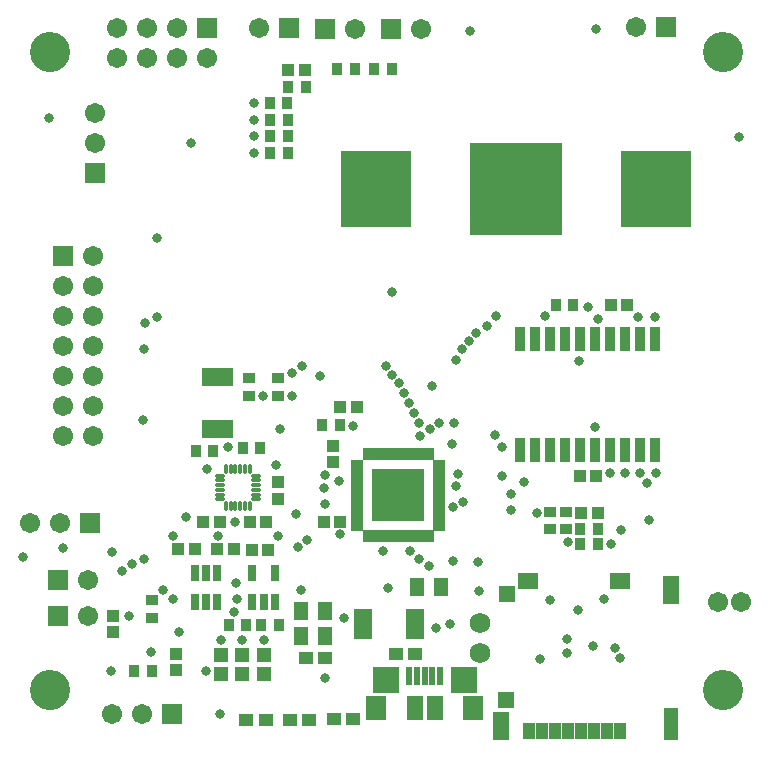
<source format=gts>
G04*
G04 #@! TF.GenerationSoftware,Altium Limited,Altium Designer,19.0.14 (431)*
G04*
G04 Layer_Color=8388736*
%FSLAX25Y25*%
%MOIN*%
G70*
G01*
G75*
%ADD18R,0.04343X0.03556*%
%ADD19R,0.03950X0.04343*%
%ADD20R,0.02572X0.06410*%
%ADD21R,0.03556X0.04343*%
%ADD22R,0.30721X0.30721*%
%ADD23R,0.23241X0.25800*%
%ADD24R,0.03359X0.08379*%
%ADD25R,0.04343X0.03950*%
%ADD26R,0.17335X0.17335*%
%ADD27R,0.04343X0.01981*%
%ADD28R,0.01981X0.04343*%
G04:AMPARAMS|DCode=29|XSize=33.2mil|YSize=16.66mil|CornerRadius=5.08mil|HoleSize=0mil|Usage=FLASHONLY|Rotation=0.000|XOffset=0mil|YOffset=0mil|HoleType=Round|Shape=RoundedRectangle|*
%AMROUNDEDRECTD29*
21,1,0.03320,0.00650,0,0,0.0*
21,1,0.02303,0.01666,0,0,0.0*
1,1,0.01016,0.01152,-0.00325*
1,1,0.01016,-0.01152,-0.00325*
1,1,0.01016,-0.01152,0.00325*
1,1,0.01016,0.01152,0.00325*
%
%ADD29ROUNDEDRECTD29*%
G04:AMPARAMS|DCode=30|XSize=33.2mil|YSize=16.66mil|CornerRadius=5.08mil|HoleSize=0mil|Usage=FLASHONLY|Rotation=90.000|XOffset=0mil|YOffset=0mil|HoleType=Round|Shape=RoundedRectangle|*
%AMROUNDEDRECTD30*
21,1,0.03320,0.00650,0,0,90.0*
21,1,0.02303,0.01666,0,0,90.0*
1,1,0.01016,0.00325,0.01152*
1,1,0.01016,0.00325,-0.01152*
1,1,0.01016,-0.00325,-0.01152*
1,1,0.01016,-0.00325,0.01152*
%
%ADD30ROUNDEDRECTD30*%
%ADD31R,0.03950X0.05682*%
%ADD32R,0.04540X0.10642*%
%ADD33R,0.05328X0.09461*%
%ADD34R,0.05367X0.05721*%
%ADD35R,0.05367X0.05524*%
%ADD36R,0.06706X0.05328*%
%ADD37R,0.03162X0.05721*%
%ADD38R,0.03162X0.05524*%
%ADD39R,0.04934X0.06312*%
%ADD40R,0.04540X0.04343*%
%ADD41R,0.04737X0.04540*%
%ADD42R,0.06312X0.01981*%
%ADD43R,0.02375X0.06115*%
%ADD44R,0.09068X0.08674*%
%ADD45R,0.07099X0.08280*%
%ADD46R,0.05524X0.08280*%
%ADD47R,0.06706X0.06706*%
%ADD48C,0.06706*%
%ADD49C,0.06800*%
%ADD50R,0.06706X0.06706*%
%ADD51C,0.03162*%
%ADD52C,0.13398*%
D18*
X51772Y47638D02*
D03*
Y41732D02*
D03*
X93996Y115707D02*
D03*
Y121612D02*
D03*
X84153Y115748D02*
D03*
Y121653D02*
D03*
X189724Y71260D02*
D03*
Y77165D02*
D03*
X184606Y77165D02*
D03*
Y71260D02*
D03*
D19*
X85130Y64476D02*
D03*
X90642D02*
D03*
X120079Y112106D02*
D03*
X114567D02*
D03*
X204724Y146063D02*
D03*
X210236D02*
D03*
X194350Y88976D02*
D03*
X199862D02*
D03*
X114567Y73622D02*
D03*
X109055D02*
D03*
X68898Y73799D02*
D03*
X74409D02*
D03*
X89961Y73721D02*
D03*
X84449D02*
D03*
X102756Y224410D02*
D03*
X97244D02*
D03*
X194843Y76575D02*
D03*
X200354D02*
D03*
X60630Y64764D02*
D03*
X66142D02*
D03*
X79035Y64862D02*
D03*
X73524D02*
D03*
D20*
X69784Y122193D02*
D03*
X72342D02*
D03*
X74902D02*
D03*
X77461D02*
D03*
Y104776D02*
D03*
X74902D02*
D03*
X72342D02*
D03*
X69784D02*
D03*
D21*
X66339Y97342D02*
D03*
X72244D02*
D03*
X87936Y98524D02*
D03*
X82030D02*
D03*
X83268Y39370D02*
D03*
X77362D02*
D03*
X88189Y39567D02*
D03*
X94095D02*
D03*
X186417Y146063D02*
D03*
X192323D02*
D03*
X91035Y213484D02*
D03*
X96941D02*
D03*
X91142Y207874D02*
D03*
X97047D02*
D03*
X91142Y196850D02*
D03*
X97047D02*
D03*
Y202362D02*
D03*
X91142D02*
D03*
X119488Y224803D02*
D03*
X113583D02*
D03*
X114370Y106102D02*
D03*
X108465D02*
D03*
X97295Y218709D02*
D03*
X103201D02*
D03*
X194646Y66339D02*
D03*
X200551D02*
D03*
X200551Y71457D02*
D03*
X194646D02*
D03*
X51862Y24122D02*
D03*
X45957D02*
D03*
X125984Y224803D02*
D03*
X131890D02*
D03*
D22*
X173228Y184646D02*
D03*
D23*
X219882D02*
D03*
X126575D02*
D03*
D24*
X219606Y97591D02*
D03*
X214606D02*
D03*
X209606D02*
D03*
X204606D02*
D03*
X199606D02*
D03*
X194606D02*
D03*
X189606D02*
D03*
X184606D02*
D03*
X179606D02*
D03*
X174606D02*
D03*
Y134693D02*
D03*
X179606D02*
D03*
X184606D02*
D03*
X189606D02*
D03*
X194606D02*
D03*
X199606D02*
D03*
X204606D02*
D03*
X209606D02*
D03*
X214606D02*
D03*
X219606D02*
D03*
D25*
X112205Y93701D02*
D03*
Y99213D02*
D03*
X93898Y81496D02*
D03*
Y87008D02*
D03*
X59933Y29831D02*
D03*
Y24319D02*
D03*
X38878Y36917D02*
D03*
Y42429D02*
D03*
D26*
X133858Y82657D02*
D03*
D27*
X120276Y71831D02*
D03*
Y73799D02*
D03*
Y75768D02*
D03*
Y77736D02*
D03*
Y79705D02*
D03*
Y81673D02*
D03*
Y83642D02*
D03*
Y85610D02*
D03*
Y87579D02*
D03*
Y89547D02*
D03*
Y91516D02*
D03*
Y93484D02*
D03*
X147441D02*
D03*
Y91516D02*
D03*
Y89547D02*
D03*
Y87579D02*
D03*
Y85610D02*
D03*
Y83642D02*
D03*
Y81673D02*
D03*
Y79705D02*
D03*
Y77736D02*
D03*
Y75768D02*
D03*
Y73799D02*
D03*
Y71831D02*
D03*
D28*
X123031Y96240D02*
D03*
X125000D02*
D03*
X126969D02*
D03*
X128937D02*
D03*
X130905D02*
D03*
X132874D02*
D03*
X134843D02*
D03*
X136811D02*
D03*
X138779D02*
D03*
X140748D02*
D03*
X142717D02*
D03*
X144685D02*
D03*
Y69075D02*
D03*
X142717D02*
D03*
X140748D02*
D03*
X138779D02*
D03*
X136811D02*
D03*
X134843D02*
D03*
X132874D02*
D03*
X130905D02*
D03*
X128937D02*
D03*
X126969D02*
D03*
X125000D02*
D03*
X123031D02*
D03*
D29*
X74366Y89193D02*
D03*
Y87618D02*
D03*
Y86043D02*
D03*
Y84469D02*
D03*
Y82894D02*
D03*
Y81319D02*
D03*
X86532D02*
D03*
Y82894D02*
D03*
Y84469D02*
D03*
Y86043D02*
D03*
Y87618D02*
D03*
Y89193D02*
D03*
D30*
X76512Y79173D02*
D03*
X78087D02*
D03*
X79661D02*
D03*
X81236D02*
D03*
X82811D02*
D03*
X84386D02*
D03*
Y91339D02*
D03*
X82811D02*
D03*
X81236D02*
D03*
X79661D02*
D03*
X78087D02*
D03*
X76512D02*
D03*
D31*
X207776Y3937D02*
D03*
X203445D02*
D03*
X199114D02*
D03*
X194783D02*
D03*
X190453D02*
D03*
X186122D02*
D03*
X181791D02*
D03*
X177461D02*
D03*
D32*
X224882Y6417D02*
D03*
D33*
X168228Y5827D02*
D03*
X224882Y51024D02*
D03*
D34*
X169803Y14291D02*
D03*
D35*
X170020Y49724D02*
D03*
D36*
X177303Y54154D02*
D03*
X207933D02*
D03*
D37*
X85327Y46957D02*
D03*
X89067D02*
D03*
X92807D02*
D03*
Y56799D02*
D03*
X85327D02*
D03*
D38*
X73516D02*
D03*
X69776D02*
D03*
X66035D02*
D03*
Y46957D02*
D03*
X69776D02*
D03*
X73516D02*
D03*
D39*
X101567Y44004D02*
D03*
X109638D02*
D03*
X109638Y35736D02*
D03*
X101567D02*
D03*
X140150Y52173D02*
D03*
X148221D02*
D03*
D40*
X109638Y28336D02*
D03*
X103142D02*
D03*
X139559Y29831D02*
D03*
X133063D02*
D03*
X89665Y7776D02*
D03*
X83169D02*
D03*
X104331Y7874D02*
D03*
X97835D02*
D03*
X118898Y7972D02*
D03*
X112402D02*
D03*
D41*
X89067Y23236D02*
D03*
Y29339D02*
D03*
X81980Y23236D02*
D03*
Y29339D02*
D03*
X74894Y23236D02*
D03*
Y29339D02*
D03*
D42*
X139461Y35736D02*
D03*
Y37705D02*
D03*
Y39673D02*
D03*
Y41642D02*
D03*
Y43610D02*
D03*
X122138D02*
D03*
Y41642D02*
D03*
Y39673D02*
D03*
Y37705D02*
D03*
Y35736D02*
D03*
D43*
X147835Y22244D02*
D03*
X145276D02*
D03*
X142717D02*
D03*
X140157D02*
D03*
X137598D02*
D03*
D44*
X129724Y20965D02*
D03*
X155709D02*
D03*
D45*
X126575Y11713D02*
D03*
X158858D02*
D03*
D46*
X139370D02*
D03*
X146063D02*
D03*
D47*
X31102Y73425D02*
D03*
X20413Y54331D02*
D03*
Y42520D02*
D03*
X223130Y238583D02*
D03*
X109638Y238189D02*
D03*
X70000Y238347D02*
D03*
X97402D02*
D03*
X131496Y238189D02*
D03*
X58366Y9843D02*
D03*
D48*
X21102Y73425D02*
D03*
X11102D02*
D03*
X30413Y54331D02*
D03*
Y42520D02*
D03*
X213130Y238583D02*
D03*
X240453Y47146D02*
D03*
X248327D02*
D03*
X119638Y238189D02*
D03*
X70000Y228346D02*
D03*
X60000Y238347D02*
D03*
Y228346D02*
D03*
X50000Y238347D02*
D03*
Y228346D02*
D03*
X40000Y238347D02*
D03*
Y228346D02*
D03*
X87402Y238347D02*
D03*
X141496Y238189D02*
D03*
X48366Y9843D02*
D03*
X38366D02*
D03*
X32327Y102398D02*
D03*
X22327D02*
D03*
X32327Y112398D02*
D03*
X22327D02*
D03*
X32327Y122398D02*
D03*
X22327D02*
D03*
X32327Y132398D02*
D03*
X22327D02*
D03*
X32327Y142398D02*
D03*
X22327D02*
D03*
X32327Y152398D02*
D03*
X22327D02*
D03*
X32327Y162398D02*
D03*
X32677Y200000D02*
D03*
Y210000D02*
D03*
D49*
X161024Y40020D02*
D03*
Y30020D02*
D03*
D50*
X22327Y162398D02*
D03*
X32677Y190000D02*
D03*
D51*
X93012Y92716D02*
D03*
X8858Y62205D02*
D03*
X79661Y73658D02*
D03*
X202559Y48031D02*
D03*
X198819Y32283D02*
D03*
X181201Y28051D02*
D03*
X190157Y30217D02*
D03*
X77208Y98819D02*
D03*
X70276Y91339D02*
D03*
X109350Y79724D02*
D03*
X130610Y51772D02*
D03*
X60925Y37106D02*
D03*
X63287Y75295D02*
D03*
X145079Y118996D02*
D03*
X199902Y238114D02*
D03*
X247638Y201969D02*
D03*
X157776Y237500D02*
D03*
X17618Y208563D02*
D03*
X152264Y60630D02*
D03*
X74410Y9646D02*
D03*
X99902Y76476D02*
D03*
X94390Y104626D02*
D03*
X217618Y74508D02*
D03*
X58760Y69095D02*
D03*
X93898Y69193D02*
D03*
X73917Y69173D02*
D03*
X22244Y65158D02*
D03*
X107972Y122505D02*
D03*
X135728Y116831D02*
D03*
X134252Y120177D02*
D03*
X98524Y115707D02*
D03*
X88681Y115847D02*
D03*
X98524Y123524D02*
D03*
X38583Y63779D02*
D03*
X44291Y42323D02*
D03*
X51575Y30512D02*
D03*
X58861Y48034D02*
D03*
X79331Y43898D02*
D03*
X80319Y48132D02*
D03*
X190217Y34654D02*
D03*
X184606Y47835D02*
D03*
X206201Y31791D02*
D03*
X207874Y28248D02*
D03*
X193898Y44291D02*
D03*
X101575Y51083D02*
D03*
X219577Y142096D02*
D03*
X214606Y90158D02*
D03*
X216929Y86619D02*
D03*
X208228Y71063D02*
D03*
X79823Y53543D02*
D03*
X114370Y69685D02*
D03*
X146653Y38508D02*
D03*
X152165Y78642D02*
D03*
X219991Y90162D02*
D03*
X171563Y77760D02*
D03*
X175787Y87008D02*
D03*
X153937Y89764D02*
D03*
X141157Y102451D02*
D03*
X49609Y139968D02*
D03*
X53543Y142126D02*
D03*
X49117Y131306D02*
D03*
X155217D02*
D03*
X153248Y127756D02*
D03*
X166240Y102657D02*
D03*
X166535Y142520D02*
D03*
X109350Y89370D02*
D03*
X109252Y84941D02*
D03*
X140748Y106685D02*
D03*
X147638Y106693D02*
D03*
X160630Y60335D02*
D03*
X213720Y142067D02*
D03*
X200394Y141339D02*
D03*
X182677Y142520D02*
D03*
X103543Y67803D02*
D03*
X100394Y65455D02*
D03*
X155512Y80315D02*
D03*
X152362Y106685D02*
D03*
X144488Y104724D02*
D03*
X139264Y110236D02*
D03*
X137402Y113386D02*
D03*
X131890Y122835D02*
D03*
X64961Y200000D02*
D03*
X53543Y168504D02*
D03*
X48819Y107658D02*
D03*
X131890Y150394D02*
D03*
X101870Y125591D02*
D03*
X129823D02*
D03*
X85827Y196850D02*
D03*
Y202362D02*
D03*
Y207874D02*
D03*
Y213484D02*
D03*
X151969Y99606D02*
D03*
X118996Y105807D02*
D03*
X163386Y139075D02*
D03*
X159744Y136713D02*
D03*
X197244Y145276D02*
D03*
X157480Y134055D02*
D03*
X168504Y98819D02*
D03*
X55512Y51181D02*
D03*
X144193Y59055D02*
D03*
X140945Y61319D02*
D03*
X137795Y64102D02*
D03*
X45276Y59581D02*
D03*
X49213Y61417D02*
D03*
X41732Y57480D02*
D03*
X128740Y64075D02*
D03*
X171563Y83161D02*
D03*
X194252Y127559D02*
D03*
X168504Y88969D02*
D03*
X180276Y76575D02*
D03*
X153150Y85827D02*
D03*
X114173Y87402D02*
D03*
X204606Y90158D02*
D03*
X199606Y105512D02*
D03*
X209606Y90158D02*
D03*
X190512Y67126D02*
D03*
X204685Y66339D02*
D03*
X69809Y24024D02*
D03*
X38181D02*
D03*
X109638Y21654D02*
D03*
X115839Y41642D02*
D03*
X151272Y39673D02*
D03*
X74894Y34555D02*
D03*
X89067D02*
D03*
X81980D02*
D03*
X160728Y50787D02*
D03*
D52*
X17717Y17717D02*
D03*
Y230315D02*
D03*
X242126D02*
D03*
Y17717D02*
D03*
M02*

</source>
